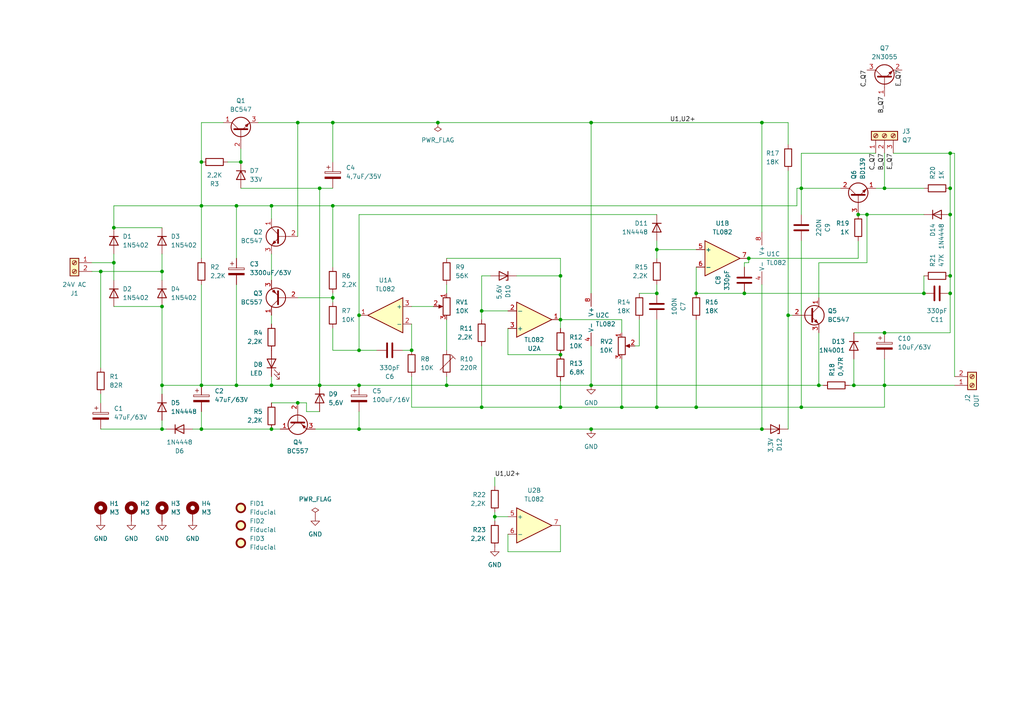
<source format=kicad_sch>
(kicad_sch (version 20250114) (generator "eeschema") (generator_version "9.0")
  (paper "A4")
  (title_block (title "${TITLE}") (date "2025-10-27") (rev "${REV}") (company "${AUTHOR}"))
  (lib_symbols
    (symbol "Amplifier_Operational:TL082" (pin_names (offset 0.127))
      (property "Reference" "U" (at 0 5.08 0))
      (property "Value" "TL082" (at 0 -5.08 0))
      (symbol "TL082_1_1"
        (pin input line (at -7.62 2.54 0) (length 2.54) (name "+") (number "3"))
        (pin input line (at -7.62 -2.54 0) (length 2.54) (name "-") (number "2"))
        (pin output line (at 7.62 0 180) (length 2.54) (name "~") (number "1"))
      )
      (symbol "TL082_2_1"
        (pin input line (at -7.62 2.54 0) (length 2.54) (name "+") (number "5"))
        (pin input line (at -7.62 -2.54 0) (length 2.54) (name "-") (number "6"))
        (pin output line (at 7.62 0 180) (length 2.54) (name "~") (number "7"))
      )
      (symbol "TL082_3_1"
        (pin power_in line (at -2.54 7.62 270) (length 3.81) (name "V+") (number "8"))
        (pin power_in line (at -2.54 -7.62 90) (length 3.81) (name "V-") (number "4"))
      )
    )
    (symbol "Connector:Screw_Terminal_01x02" (pin_names (offset 1.016) (hide yes))
      (property "Reference" "J" (at 0 2.54 0))
      (property "Value" "Screw_Terminal_01x02" (at 0 -5.08 0))
      (symbol "Screw_Terminal_01x02_1_1"
        (pin passive line (at -5.08 0 0) (length 3.81) (name "Pin_1") (number "1"))
        (pin passive line (at -5.08 -2.54 0) (length 3.81) (name "Pin_2") (number "2"))
      )
    )
    (symbol "Connector:Screw_Terminal_01x03" (pin_names (offset 1.016) (hide yes))
      (property "Reference" "J" (at 0 5.08 0))
      (property "Value" "Screw_Terminal_01x03" (at 0 -5.08 0))
      (symbol "Screw_Terminal_01x03_1_1"
        (pin passive line (at -5.08 2.54 0) (length 3.81) (name "Pin_1") (number "1"))
        (pin passive line (at -5.08 0 0) (length 3.81) (name "Pin_2") (number "2"))
        (pin passive line (at -5.08 -2.54 0) (length 3.81) (name "Pin_3") (number "3"))
      )
    )
    (symbol "Device:C" (pin_numbers (hide yes)) (pin_names (offset 0.254))
      (property "Reference" "C" (at 0.635 2.54 0))
      (property "Value" "C" (at 0.635 -2.54 0))
      (symbol "C_1_1"
        (pin passive line (at 0 3.81 270) (length 2.794) (name "~") (number "1"))
        (pin passive line (at 0 -3.81 90) (length 2.794) (name "~") (number "2"))
      )
    )
    (symbol "Device:C_Polarized" (pin_numbers (hide yes)) (pin_names (offset 0.254))
      (property "Reference" "C" (at 0.635 2.54 0))
      (property "Value" "C_Polarized" (at 0.635 -2.54 0))
      (symbol "C_Polarized_1_1"
        (pin passive line (at 0 3.81 270) (length 2.794) (name "~") (number "1"))
        (pin passive line (at 0 -3.81 90) (length 2.794) (name "~") (number "2"))
      )
    )
    (symbol "Device:D_Zener" (pin_numbers (hide yes)) (pin_names (offset 1.016) (hide yes))
      (property "Reference" "D" (at 0 2.54 0))
      (property "Value" "D_Zener" (at 0 -2.54 0))
      (symbol "D_Zener_1_1"
        (pin passive line (at -3.81 0 0) (length 2.54) (name "K") (number "1"))
        (pin passive line (at 3.81 0 180) (length 2.54) (name "A") (number "2"))
      )
    )
    (symbol "Device:LED" (pin_numbers (hide yes)) (pin_names (offset 1.016) (hide yes))
      (property "Reference" "D" (at 0 2.54 0))
      (property "Value" "LED" (at 0 -2.54 0))
      (symbol "LED_1_1"
        (pin passive line (at -3.81 0 0) (length 2.54) (name "K") (number "1"))
        (pin passive line (at 3.81 0 180) (length 2.54) (name "A") (number "2"))
      )
    )
    (symbol "Device:R" (pin_numbers (hide yes)) (pin_names (offset 0))
      (property "Reference" "R" (at 2.032 0 90))
      (property "Value" "R" (at 0 0 90))
      (symbol "R_1_1"
        (pin passive line (at 0 3.81 270) (length 1.27) (name "~") (number "1"))
        (pin passive line (at 0 -3.81 90) (length 1.27) (name "~") (number "2"))
      )
    )
    (symbol "Device:R_Potentiometer" (pin_names (offset 1.016) (hide yes))
      (property "Reference" "RV" (at -4.445 0 90))
      (property "Value" "R_Potentiometer" (at -2.54 0 90))
      (symbol "R_Potentiometer_1_1"
        (pin passive line (at 0 3.81 270) (length 1.27) (name "1") (number "1"))
        (pin passive line (at 0 -3.81 90) (length 1.27) (name "3") (number "3"))
        (pin passive line (at 3.81 0 180) (length 1.27) (name "2") (number "2"))
      )
    )
    (symbol "Device:R_Trim" (pin_numbers (hide yes)) (pin_names (offset 0))
      (property "Reference" "R" (at 2.54 -2.54 90))
      (property "Value" "R_Trim" (at -2.54 -0.635 90))
      (symbol "R_Trim_1_1"
        (pin passive line (at 0 3.81 270) (length 1.27) (name "~") (number "1"))
        (pin passive line (at 0 -3.81 90) (length 1.27) (name "~") (number "2"))
      )
    )
    (symbol "Diode:1N4001" (pin_numbers (hide yes)) (pin_names (hide yes))
      (property "Reference" "D" (at 0 2.54 0))
      (property "Value" "1N4001" (at 0 -2.54 0))
      (symbol "1N4001_1_1"
        (pin passive line (at -3.81 0 0) (length 2.54) (name "K") (number "1"))
        (pin passive line (at 3.81 0 180) (length 2.54) (name "A") (number "2"))
      )
    )
    (symbol "Diode:1N4448" (pin_numbers (hide yes)) (pin_names (hide yes))
      (property "Reference" "D" (at 0 2.54 0))
      (property "Value" "1N4448" (at 0 -2.54 0))
      (symbol "1N4448_1_1"
        (pin passive line (at -3.81 0 0) (length 2.54) (name "K") (number "1"))
        (pin passive line (at 3.81 0 180) (length 2.54) (name "A") (number "2"))
      )
    )
    (symbol "Diode:1N5402" (pin_numbers (hide yes)) (pin_names (hide yes))
      (property "Reference" "D" (at 0 2.54 0))
      (property "Value" "1N5402" (at 0 -2.54 0))
      (symbol "1N5402_1_1"
        (pin passive line (at -3.81 0 0) (length 2.54) (name "K") (number "1"))
        (pin passive line (at 3.81 0 180) (length 2.54) (name "A") (number "2"))
      )
    )
    (symbol "Mechanical:Fiducial" (in_bom no)
      (property "Reference" "FID" (at 0 5.08 0))
      (property "Value" "Fiducial" (at 0 3.175 0))
    )
    (symbol "Mechanical:MountingHole_Pad" (pin_numbers (hide yes)) (pin_names (offset 1.016) (hide yes)) (in_bom no)
      (property "Reference" "H" (at 0 6.35 0))
      (property "Value" "MountingHole_Pad" (at 0 4.445 0))
      (symbol "MountingHole_Pad_1_1"
        (pin input line (at 0 -2.54 90) (length 2.54) (name "1") (number "1"))
      )
    )
    (symbol "Transistor_BJT:2N3055" (pin_names (offset 0) (hide yes))
      (property "Reference" "Q" (at 5.08 1.905 0))
      (property "Value" "2N3055" (at 5.08 0 0))
      (symbol "2N3055_1_1"
        (pin input line (at -5.08 0 0) (length 2.54) (name "B") (number "1"))
        (pin passive line (at 2.54 5.08 270) (length 2.54) (name "C") (number "3"))
        (pin passive line (at 2.54 -5.08 90) (length 2.54) (name "E") (number "2"))
      )
    )
    (symbol "Transistor_BJT:BC547" (pin_names (offset 0) (hide yes))
      (property "Reference" "Q" (at 5.08 1.905 0))
      (property "Value" "BC547" (at 5.08 0 0))
      (symbol "BC547_1_1"
        (pin input line (at -5.08 0 0) (length 2.54) (name "B") (number "2"))
        (pin passive line (at 2.54 5.08 270) (length 2.54) (name "C") (number "1"))
        (pin passive line (at 2.54 -5.08 90) (length 2.54) (name "E") (number "3"))
      )
    )
    (symbol "Transistor_BJT:BC557" (pin_names (offset 0) (hide yes))
      (property "Reference" "Q" (at 5.08 1.905 0))
      (property "Value" "BC557" (at 5.08 0 0))
      (symbol "BC557_1_1"
        (pin input line (at -5.08 0 0) (length 2.54) (name "B") (number "2"))
        (pin passive line (at 2.54 5.08 270) (length 2.54) (name "C") (number "1"))
        (pin passive line (at 2.54 -5.08 90) (length 2.54) (name "E") (number "3"))
      )
    )
    (symbol "Transistor_BJT:BD139" (pin_names (offset 0) (hide yes))
      (property "Reference" "Q" (at 5.08 1.905 0))
      (property "Value" "BD139" (at 5.08 0 0))
      (symbol "BD139_1_1"
        (pin input line (at -5.08 0 0) (length 2.54) (name "B") (number "3"))
        (pin passive line (at 2.54 5.08 270) (length 2.54) (name "C") (number "2"))
        (pin passive line (at 2.54 -5.08 90) (length 2.54) (name "E") (number "1"))
      )
    )
    (symbol "power:GND" (power) (pin_numbers (hide yes)) (pin_names (offset 0) (hide yes))
      (property "Value" "GND" (at 0 -3.81 0))
      (symbol "GND_1_1"
        (pin power_in line (at 0 0 270) (length 0) (name "~") (number "1"))
      )
    )
    (symbol "power:PWR_FLAG" (power) (pin_numbers (hide yes)) (pin_names (offset 0) (hide yes))
      (property "Value" "PWR_FLAG" (at 0 3.81 0))
      (symbol "PWR_FLAG_0_0"
        (pin power_out line (at 0 0 90) (length 0) (name "~") (number "1"))
      )
    )
  )
  (junction (at 33.02 76.2))
  (junction (at 171.45 124.46))
  (junction (at 275.59 80.01))
  (junction (at 96.52 86.36))
  (junction (at 92.71 111.76))
  (junction (at 46.99 78.74))
  (junction (at 228.6 91.44))
  (junction (at 237.49 111.76))
  (junction (at 78.74 111.76))
  (junction (at 162.56 118.11))
  (junction (at 58.42 46.99))
  (junction (at 139.7 90.17))
  (junction (at 220.98 124.46))
  (junction (at 275.59 62.23))
  (junction (at 58.42 59.69))
  (junction (at 267.97 85.09))
  (junction (at 29.21 78.74))
  (junction (at 104.14 91.44))
  (junction (at 180.34 118.11))
  (junction (at 78.74 124.46))
  (junction (at 275.59 85.09))
  (junction (at 96.52 59.69))
  (junction (at 171.45 111.76))
  (junction (at 92.71 54.61))
  (junction (at 190.5 85.09))
  (junction (at 139.7 118.11))
  (junction (at 86.36 35.56))
  (junction (at 104.14 124.46))
  (junction (at 58.42 111.76))
  (junction (at 248.92 62.23))
  (junction (at 162.56 92.71))
  (junction (at 96.52 35.56))
  (junction (at 69.85 46.99))
  (junction (at 247.65 111.76))
  (junction (at 217.17 74.93))
  (junction (at 171.45 35.56))
  (junction (at 162.56 80.01))
  (junction (at 190.5 118.11))
  (junction (at 256.54 111.76))
  (junction (at 232.41 54.61))
  (junction (at 220.98 35.56))
  (junction (at 58.42 124.46))
  (junction (at 275.59 54.61))
  (junction (at 86.36 116.84))
  (junction (at 256.54 54.61))
  (junction (at 78.74 59.69))
  (junction (at 68.58 59.69))
  (junction (at 46.99 124.46))
  (junction (at 46.99 111.76))
  (junction (at 46.99 88.9))
  (junction (at 119.38 101.6))
  (junction (at 232.41 118.11))
  (junction (at 190.5 72.39))
  (junction (at 143.51 149.86))
  (junction (at 68.58 111.76))
  (junction (at 104.14 101.6))
  (junction (at 129.54 111.76))
  (junction (at 256.54 96.52))
  (junction (at 162.56 102.87))
  (junction (at 275.59 44.45))
  (junction (at 33.02 66.04))
  (junction (at 251.46 62.23))
  (junction (at 215.9 85.09))
  (junction (at 104.14 111.76))
  (junction (at 201.93 85.09))
  (junction (at 201.93 118.11))
  (junction (at 127 35.56))
  (wire (pts (xy 171.45 124.46) (xy 104.14 124.46)))
  (wire (pts (xy 248.92 69.85) (xy 248.92 74.93)))
  (wire (pts (xy 58.42 46.99) (xy 58.42 59.69)))
  (wire (pts (xy 228.6 35.56) (xy 220.98 35.56)))
  (wire (pts (xy 231.14 54.61) (xy 231.14 59.69)))
  (wire (pts (xy 139.7 100.33) (xy 139.7 118.11)))
  (wire (pts (xy 92.71 54.61) (xy 69.85 54.61)))
  (wire (pts (xy 243.84 54.61) (xy 232.41 54.61)))
  (wire (pts (xy 162.56 118.11) (xy 180.34 118.11)))
  (wire (pts (xy 275.59 44.45) (xy 276.86 44.45)))
  (wire (pts (xy 246.38 111.76) (xy 247.65 111.76)))
  (wire (pts (xy 180.34 92.71) (xy 162.56 92.71)))
  (wire (pts (xy 139.7 92.71) (xy 139.7 90.17)))
  (wire (pts (xy 143.51 148.59) (xy 143.51 149.86)))
  (wire (pts (xy 190.5 72.39) (xy 201.93 72.39)))
  (wire (pts (xy 201.93 77.47) (xy 201.93 85.09)))
  (wire (pts (xy 116.84 101.6) (xy 119.38 101.6)))
  (wire (pts (xy 96.52 35.56) (xy 96.52 46.99)))
  (wire (pts (xy 190.5 92.71) (xy 190.5 118.11)))
  (wire (pts (xy 275.59 80.01) (xy 275.59 85.09)))
  (wire (pts (xy 237.49 96.52) (xy 237.49 111.76)))
  (wire (pts (xy 78.74 124.46) (xy 81.28 124.46)))
  (wire (pts (xy 26.67 76.2) (xy 33.02 76.2)))
  (wire (pts (xy 171.45 100.33) (xy 171.45 111.76)))
  (wire (pts (xy 78.74 59.69) (xy 68.58 59.69)))
  (wire (pts (xy 232.41 69.85) (xy 232.41 118.11)))
  (wire (pts (xy 232.41 44.45) (xy 232.41 54.61)))
  (wire (pts (xy 86.36 35.56) (xy 96.52 35.56)))
  (wire (pts (xy 147.32 154.94) (xy 147.32 160.02)))
  (wire (pts (xy 33.02 76.2) (xy 33.02 81.28)))
  (wire (pts (xy 251.46 62.23) (xy 248.92 62.23)))
  (wire (pts (xy 109.22 101.6) (xy 104.14 101.6)))
  (wire (pts (xy 96.52 86.36) (xy 96.52 85.09)))
  (wire (pts (xy 119.38 88.9) (xy 125.73 88.9)))
  (wire (pts (xy 220.98 67.31) (xy 220.98 35.56)))
  (wire (pts (xy 162.56 160.02) (xy 162.56 152.4)))
  (wire (pts (xy 46.99 114.3) (xy 46.99 111.76)))
  (wire (pts (xy 162.56 74.93) (xy 162.56 80.01)))
  (wire (pts (xy 275.59 62.23) (xy 275.59 80.01)))
  (wire (pts (xy 162.56 102.87) (xy 147.32 102.87)))
  (wire (pts (xy 247.65 96.52) (xy 256.54 96.52)))
  (wire (pts (xy 147.32 102.87) (xy 147.32 95.25)))
  (wire (pts (xy 104.14 124.46) (xy 91.44 124.46)))
  (wire (pts (xy 256.54 118.11) (xy 256.54 111.76)))
  (wire (pts (xy 68.58 111.76) (xy 58.42 111.76)))
  (wire (pts (xy 26.67 78.74) (xy 29.21 78.74)))
  (wire (pts (xy 78.74 111.76) (xy 68.58 111.76)))
  (wire (pts (xy 96.52 86.36) (xy 96.52 87.63)))
  (wire (pts (xy 162.56 92.71) (xy 162.56 95.25)))
  (wire (pts (xy 46.99 111.76) (xy 58.42 111.76)))
  (wire (pts (xy 88.9 119.38) (xy 88.9 116.84)))
  (wire (pts (xy 33.02 59.69) (xy 33.02 66.04)))
  (wire (pts (xy 129.54 111.76) (xy 171.45 111.76)))
  (wire (pts (xy 96.52 77.47) (xy 96.52 59.69)))
  (wire (pts (xy 251.46 76.2) (xy 251.46 62.23)))
  (wire (pts (xy 201.93 118.11) (xy 190.5 118.11)))
  (wire (pts (xy 58.42 74.93) (xy 58.42 59.69)))
  (wire (pts (xy 139.7 90.17) (xy 147.32 90.17)))
  (wire (pts (xy 232.41 44.45) (xy 254 44.45)))
  (wire (pts (xy 267.97 62.23) (xy 251.46 62.23)))
  (wire (pts (xy 232.41 118.11) (xy 256.54 118.11)))
  (wire (pts (xy 29.21 124.46) (xy 46.99 124.46)))
  (wire (pts (xy 215.9 76.2) (xy 215.9 77.47)))
  (wire (pts (xy 29.21 114.3) (xy 29.21 116.84)))
  (wire (pts (xy 237.49 86.36) (xy 237.49 76.2)))
  (wire (pts (xy 66.04 46.99) (xy 69.85 46.99)))
  (wire (pts (xy 48.26 124.46) (xy 46.99 124.46)))
  (wire (pts (xy 33.02 73.66) (xy 33.02 76.2)))
  (wire (pts (xy 129.54 109.22) (xy 129.54 111.76)))
  (wire (pts (xy 58.42 59.69) (xy 33.02 59.69)))
  (wire (pts (xy 129.54 92.71) (xy 129.54 101.6)))
  (wire (pts (xy 129.54 74.93) (xy 162.56 74.93)))
  (wire (pts (xy 104.14 101.6) (xy 104.14 91.44)))
  (wire (pts (xy 185.42 92.71) (xy 185.42 100.33)))
  (wire (pts (xy 180.34 104.14) (xy 180.34 118.11)))
  (wire (pts (xy 267.97 80.01) (xy 267.97 85.09)))
  (wire (pts (xy 254 54.61) (xy 256.54 54.61)))
  (wire (pts (xy 201.93 118.11) (xy 232.41 118.11)))
  (wire (pts (xy 247.65 111.76) (xy 256.54 111.76)))
  (wire (pts (xy 171.45 35.56) (xy 220.98 35.56)))
  (wire (pts (xy 69.85 46.99) (xy 69.85 43.18)))
  (wire (pts (xy 171.45 85.09) (xy 171.45 35.56)))
  (wire (pts (xy 220.98 124.46) (xy 171.45 124.46)))
  (wire (pts (xy 58.42 35.56) (xy 58.42 46.99)))
  (wire (pts (xy 237.49 111.76) (xy 238.76 111.76)))
  (wire (pts (xy 256.54 104.14) (xy 256.54 111.76)))
  (wire (pts (xy 143.51 149.86) (xy 147.32 149.86)))
  (wire (pts (xy 78.74 109.22) (xy 78.74 111.76)))
  (wire (pts (xy 29.21 78.74) (xy 46.99 78.74)))
  (wire (pts (xy 259.08 44.45) (xy 275.59 44.45)))
  (wire (pts (xy 220.98 82.55) (xy 220.98 124.46)))
  (wire (pts (xy 228.6 41.91) (xy 228.6 35.56)))
  (wire (pts (xy 275.59 85.09) (xy 275.59 96.52)))
  (wire (pts (xy 143.51 149.86) (xy 143.51 151.13)))
  (wire (pts (xy 92.71 111.76) (xy 104.14 111.76)))
  (wire (pts (xy 162.56 80.01) (xy 162.56 92.71)))
  (wire (pts (xy 68.58 74.93) (xy 68.58 59.69)))
  (wire (pts (xy 33.02 88.9) (xy 46.99 88.9)))
  (wire (pts (xy 78.74 116.84) (xy 86.36 116.84)))
  (wire (pts (xy 190.5 62.23) (xy 104.14 62.23)))
  (wire (pts (xy 58.42 119.38) (xy 58.42 124.46)))
  (wire (pts (xy 58.42 124.46) (xy 55.88 124.46)))
  (wire (pts (xy 88.9 116.84) (xy 86.36 116.84)))
  (wire (pts (xy 171.45 111.76) (xy 237.49 111.76)))
  (wire (pts (xy 127 35.56) (xy 171.45 35.56)))
  (wire (pts (xy 228.6 49.53) (xy 228.6 91.44)))
  (wire (pts (xy 201.93 92.71) (xy 201.93 118.11)))
  (wire (pts (xy 229.87 91.44) (xy 228.6 91.44)))
  (wire (pts (xy 256.54 96.52) (xy 275.59 96.52)))
  (wire (pts (xy 139.7 80.01) (xy 139.7 90.17)))
  (wire (pts (xy 92.71 54.61) (xy 92.71 111.76)))
  (wire (pts (xy 142.24 80.01) (xy 139.7 80.01)))
  (wire (pts (xy 149.86 80.01) (xy 162.56 80.01)))
  (wire (pts (xy 68.58 59.69) (xy 58.42 59.69)))
  (wire (pts (xy 78.74 73.66) (xy 78.74 81.28)))
  (wire (pts (xy 104.14 62.23) (xy 104.14 91.44)))
  (wire (pts (xy 58.42 82.55) (xy 58.42 111.76)))
  (wire (pts (xy 33.02 66.04) (xy 46.99 66.04)))
  (wire (pts (xy 190.5 118.11) (xy 180.34 118.11)))
  (wire (pts (xy 129.54 111.76) (xy 104.14 111.76)))
  (wire (pts (xy 248.92 74.93) (xy 217.17 74.93)))
  (wire (pts (xy 78.74 63.5) (xy 78.74 59.69)))
  (wire (pts (xy 29.21 78.74) (xy 29.21 106.68)))
  (wire (pts (xy 185.42 100.33) (xy 184.15 100.33)))
  (wire (pts (xy 275.59 44.45) (xy 275.59 54.61)))
  (wire (pts (xy 127 35.56) (xy 96.52 35.56)))
  (wire (pts (xy 68.58 82.55) (xy 68.58 111.76)))
  (wire (pts (xy 92.71 111.76) (xy 78.74 111.76)))
  (wire (pts (xy 92.71 119.38) (xy 88.9 119.38)))
  (wire (pts (xy 217.17 76.2) (xy 217.17 74.93)))
  (wire (pts (xy 256.54 44.45) (xy 256.54 54.61)))
  (wire (pts (xy 78.74 91.44) (xy 78.74 93.98)))
  (wire (pts (xy 46.99 73.66) (xy 46.99 78.74)))
  (wire (pts (xy 119.38 109.22) (xy 119.38 118.11)))
  (wire (pts (xy 201.93 85.09) (xy 215.9 85.09)))
  (wire (pts (xy 119.38 118.11) (xy 139.7 118.11)))
  (wire (pts (xy 46.99 121.92) (xy 46.99 124.46)))
  (wire (pts (xy 96.52 95.25) (xy 96.52 101.6)))
  (wire (pts (xy 139.7 118.11) (xy 162.56 118.11)))
  (wire (pts (xy 96.52 101.6) (xy 104.14 101.6)))
  (wire (pts (xy 86.36 86.36) (xy 96.52 86.36)))
  (wire (pts (xy 180.34 96.52) (xy 180.34 92.71)))
  (wire (pts (xy 247.65 104.14) (xy 247.65 111.76)))
  (wire (pts (xy 190.5 72.39) (xy 190.5 74.93)))
  (wire (pts (xy 267.97 85.09) (xy 215.9 85.09)))
  (wire (pts (xy 104.14 119.38) (xy 104.14 124.46)))
  (wire (pts (xy 129.54 82.55) (xy 129.54 85.09)))
  (wire (pts (xy 276.86 44.45) (xy 276.86 109.22)))
  (wire (pts (xy 185.42 85.09) (xy 190.5 85.09)))
  (wire (pts (xy 119.38 101.6) (xy 119.38 93.98)))
  (wire (pts (xy 64.77 35.56) (xy 58.42 35.56)))
  (wire (pts (xy 275.59 54.61) (xy 275.59 62.23)))
  (wire (pts (xy 46.99 78.74) (xy 46.99 81.28)))
  (wire (pts (xy 228.6 124.46) (xy 228.6 91.44)))
  (wire (pts (xy 96.52 59.69) (xy 78.74 59.69)))
  (wire (pts (xy 96.52 54.61) (xy 92.71 54.61)))
  (wire (pts (xy 190.5 69.85) (xy 190.5 72.39)))
  (wire (pts (xy 231.14 54.61) (xy 232.41 54.61)))
  (wire (pts (xy 143.51 138.43) (xy 143.51 140.97)))
  (wire (pts (xy 237.49 76.2) (xy 251.46 76.2)))
  (wire (pts (xy 215.9 76.2) (xy 217.17 76.2)))
  (wire (pts (xy 96.52 59.69) (xy 231.14 59.69)))
  (wire (pts (xy 232.41 54.61) (xy 232.41 62.23)))
  (wire (pts (xy 147.32 160.02) (xy 162.56 160.02)))
  (wire (pts (xy 46.99 111.76) (xy 46.99 88.9)))
  (wire (pts (xy 74.93 35.56) (xy 86.36 35.56)))
  (wire (pts (xy 256.54 111.76) (xy 276.86 111.76)))
  (wire (pts (xy 256.54 54.61) (xy 267.97 54.61)))
  (wire (pts (xy 162.56 110.49) (xy 162.56 118.11)))
  (wire (pts (xy 86.36 35.56) (xy 86.36 68.58)))
  (wire (pts (xy 58.42 124.46) (xy 78.74 124.46)))
  (wire (pts (xy 190.5 82.55) (xy 190.5 85.09)))
  (label "C_Q7" (at 251.46 20.32 270))
  (label "U1,U2+" (at 194.31 35.56 0))
  (label "C_Q7" (at 254 44.45 270))
  (label "E_Q7" (at 261.62 20.32 270))
  (label "B_Q7" (at 256.54 44.45 270))
  (label "U1,U2+" (at 143.51 138.43 0))
  (label "B_Q7" (at 256.54 27.94 270))
  (label "E_Q7" (at 259.08 44.45 270))
  (symbol (lib_id "Device:R") (at 139.7 96.52 0) (mirror y) (unit 1)
    (property "Reference" "R11" (at 137.16 95.2499 0) (effects (justify left)))
    (property "Value" "2,2K" (at 137.16 97.7899 0) (effects (justify left)))
    (property "Footprint" "Resistor_THT:R_Axial_DIN0207_L6.3mm_D2.5mm_P7.62mm_Horizontal" (effects (hide yes)))
    (property "Description" "Resistor" (effects (hide yes)))
  )
  (symbol (lib_id "Device:C_Polarized") (at 58.42 115.57 0) (unit 1)
    (property "Reference" "C2" (at 62.23 113.4109 0) (effects (justify left)))
    (property "Value" "47uF/63V" (at 62.23 115.9509 0) (effects (justify left)))
    (property "Footprint" "Capacitor_THT:C_Radial_D10.0mm_H12.5mm_P5.00mm" (effects (hide yes)))
    (property "Description" "Polarized capacitor" (effects (hide yes)))
  )
  (symbol (lib_id "Diode:1N4448") (at 46.99 118.11 270) (unit 1)
    (property "Reference" "D5" (at 49.53 116.8399 90) (effects (justify left)))
    (property "Value" "1N4448" (at 49.53 119.3799 90) (effects (justify left)))
    (property "Footprint" "Diode_THT:D_DO-35_SOD27_P7.62mm_Horizontal" (effects (hide yes)))
    (property "Datasheet" "https://assets.nexperia.com/documents/data-sheet/1N4148_1N4448.pdf" (effects (hide yes)))
    (property "Description" "100V 0.15A High-speed standard diode, DO-35" (effects (hide yes)))
    (property "Sim.Device" "D" (effects (hide yes)))
    (property "Sim.Pins" "1=K 2=A" (effects (hide yes)))
  )
  (symbol (lib_id "Diode:1N5402") (at 46.99 85.09 270) (unit 1)
    (property "Reference" "D4" (at 49.53 83.8199 90) (effects (justify left)))
    (property "Value" "1N5402" (at 49.53 86.3599 90) (effects (justify left)))
    (property "Footprint" "Diode_THT:D_DO-201AD_P15.24mm_Horizontal" (effects (hide yes)))
    (property "Datasheet" "http://www.vishay.com/docs/88516/1n5400.pdf" (effects (hide yes)))
    (property "Description" "200V 3A General Purpose Rectifier Diode, DO-201AD" (effects (hide yes)))
    (property "Sim.Device" "D" (effects (hide yes)))
    (property "Sim.Pins" "1=K 2=A" (effects (hide yes)))
  )
  (symbol (lib_id "power:GND") (at 171.45 111.76 0) (unit 1)
    (property "Reference" "#PWR010" (effects (hide yes)))
    (property "Value" "GND" (at 171.45 116.84 0))
    (property "Description" "Power symbol creates a global label with name \"GND\" , ground" (effects (hide yes)))
  )
  (symbol (lib_id "Device:R_Potentiometer") (at 129.54 88.9 0) (mirror y) (unit 1)
    (property "Reference" "RV1" (at 132.08 87.6299 0) (effects (justify right)))
    (property "Value" "10K" (at 132.08 90.1699 0) (effects (justify right)))
    (property "Description" "Potentiometer" (effects (hide yes)))
  )
  (symbol (lib_id "Transistor_BJT:BC557") (at 86.36 121.92 90) (mirror x) (unit 1)
    (property "Reference" "Q4" (at 86.36 128.27 90))
    (property "Value" "BC557" (at 86.36 130.81 90))
    (property "Footprint" "Package_TO_SOT_THT:TO-92_Inline" (effects (hide yes)))
    (property "Datasheet" "https://www.onsemi.com/pub/Collateral/BC556BTA-D.pdf" (effects (hide yes)))
    (property "Description" "0.1A Ic, 45V Vce, PNP Small Signal Transistor, TO-92" (effects (hide yes)))
  )
  (symbol (lib_id "power:GND") (at 38.1 151.13 0) (unit 1)
    (property "Reference" "#PWR02" (effects (hide yes)))
    (property "Value" "GND" (at 38.1 156.21 0))
    (property "Description" "Power symbol creates a global label with name \"GND\" , ground" (effects (hide yes)))
  )
  (symbol (lib_id "power:PWR_FLAG") (at 127 35.56 180) (unit 1)
    (property "Reference" "#FLG02" (effects (hide yes)))
    (property "Value" "PWR_FLAG" (at 127 40.64 0))
    (property "Description" "Special symbol for telling ERC where power comes from" (effects (hide yes)))
  )
  (symbol (lib_id "Device:C_Polarized") (at 29.21 120.65 0) (unit 1)
    (property "Reference" "C1" (at 33.02 118.4909 0) (effects (justify left)))
    (property "Value" "47uF/63V" (at 33.02 121.0309 0) (effects (justify left)))
    (property "Footprint" "Capacitor_THT:C_Radial_D10.0mm_H12.5mm_P5.00mm" (effects (hide yes)))
    (property "Description" "Polarized capacitor" (effects (hide yes)))
  )
  (symbol (lib_id "Connector:Screw_Terminal_01x03") (at 256.54 39.37 90) (unit 1)
    (property "Reference" "J3" (at 261.62 38.0999 90) (effects (justify right)))
    (property "Value" "Q7" (at 261.62 40.6399 90) (effects (justify right)))
    (property "Footprint" "TerminalBlock_Phoenix:TerminalBlock_Phoenix_MKDS-1,5-3-5.08_1x03_P5.08mm_Horizontal" (effects (hide yes)))
    (property "Description" "Generic screw terminal, single row, 01x03, script generated (kicad-library-utils/schlib/autogen/connector/)" (effects (hide yes)))
  )
  (symbol (lib_id "Amplifier_Operational:TL082") (at 173.99 92.71 0) (unit 3)
    (property "Reference" "U2" (at 172.72 91.4399 0) (effects (justify left)))
    (property "Value" "TL082" (at 172.72 93.9799 0) (effects (justify left)))
    (property "Footprint" "Package_DIP:DIP-8_W7.62mm" (effects (hide yes)))
    (property "Datasheet" "http://www.ti.com/lit/ds/symlink/tl081.pdf" (effects (hide yes)))
    (property "Description" "Dual JFET-Input Operational Amplifiers, DIP-8/SOIC-8/SSOP-8" (effects (hide yes)))
  )
  (symbol (lib_id "Device:R") (at 96.52 91.44 0) (unit 1)
    (property "Reference" "R7" (at 99.06 90.1699 0) (effects (justify left)))
    (property "Value" "10K" (at 99.06 92.7099 0) (effects (justify left)))
    (property "Footprint" "Resistor_THT:R_Axial_DIN0207_L6.3mm_D2.5mm_P7.62mm_Horizontal" (effects (hide yes)))
    (property "Description" "Resistor" (effects (hide yes)))
  )
  (symbol (lib_id "Diode:1N4448") (at 190.5 66.04 90) (mirror x) (unit 1)
    (property "Reference" "D11" (at 187.96 64.7699 90) (effects (justify left)))
    (property "Value" "1N4448" (at 187.96 67.3099 90) (effects (justify left)))
    (property "Footprint" "Diode_THT:D_DO-35_SOD27_P7.62mm_Horizontal" (effects (hide yes)))
    (property "Datasheet" "https://assets.nexperia.com/documents/data-sheet/1N4148_1N4448.pdf" (effects (hide yes)))
    (property "Description" "100V 0.15A High-speed standard diode, DO-35" (effects (hide yes)))
    (property "Sim.Device" "D" (effects (hide yes)))
    (property "Sim.Pins" "1=K 2=A" (effects (hide yes)))
  )
  (symbol (lib_id "Device:R") (at 78.74 120.65 0) (mirror y) (unit 1)
    (property "Reference" "R5" (at 76.2 119.3799 0) (effects (justify left)))
    (property "Value" "2,2K" (at 76.2 121.9199 0) (effects (justify left)))
    (property "Footprint" "Resistor_THT:R_Axial_DIN0207_L6.3mm_D2.5mm_P7.62mm_Horizontal" (effects (hide yes)))
    (property "Description" "Resistor" (effects (hide yes)))
  )
  (symbol (lib_id "Device:C_Polarized") (at 68.58 78.74 0) (unit 1)
    (property "Reference" "C3" (at 72.39 76.5809 0) (effects (justify left)))
    (property "Value" "3300uF/63V" (at 72.39 79.1209 0) (effects (justify left)))
    (property "Footprint" "Capacitor_THT:C_Radial_D16.0mm_H25.0mm_P7.50mm" (effects (hide yes)))
    (property "Description" "Polarized capacitor" (effects (hide yes)))
  )
  (symbol (lib_id "Transistor_BJT:BC547") (at 81.28 68.58 0) (mirror y) (unit 1)
    (property "Reference" "Q2" (at 76.2 67.3099 0) (effects (justify left)))
    (property "Value" "BC547" (at 76.2 69.8499 0) (effects (justify left)))
    (property "Footprint" "Package_TO_SOT_THT:TO-92_Inline" (effects (hide yes)))
    (property "Datasheet" "https://www.onsemi.com/pub/Collateral/BC550-D.pdf" (effects (hide yes)))
    (property "Description" "0.1A Ic, 45V Vce, Small Signal NPN Transistor, TO-92" (effects (hide yes)))
  )
  (symbol (lib_id "Mechanical:MountingHole_Pad") (at 55.88 148.59 0) (unit 1) (in_bom no)
    (property "Reference" "H4" (at 58.42 146.0499 0) (effects (justify left)))
    (property "Value" "M3" (at 58.42 148.5899 0) (effects (justify left)))
    (property "Footprint" "MountingHole:MountingHole_3.2mm_M3_DIN965_Pad" (effects (hide yes)))
    (property "Description" "Mounting Hole with connection" (effects (hide yes)))
  )
  (symbol (lib_id "Device:R") (at 62.23 46.99 270) (mirror x) (unit 1)
    (property "Reference" "R3" (at 62.23 53.34 90))
    (property "Value" "2,2K" (at 62.23 50.8 90))
    (property "Footprint" "Resistor_THT:R_Axial_DIN0207_L6.3mm_D2.5mm_P7.62mm_Horizontal" (effects (hide yes)))
    (property "Description" "Resistor" (effects (hide yes)))
  )
  (symbol (lib_id "Transistor_BJT:2N3055") (at 256.54 22.86 90) (unit 1) (on_board no)
    (property "Reference" "Q7" (at 256.54 13.97 90))
    (property "Value" "2N3055" (at 256.54 16.51 90))
    (property "Footprint" "Package_TO_SOT_THT:TO-3" (effects (hide yes)))
    (property "Datasheet" "http://www.onsemi.com/pub_link/Collateral/2N3055-D.PDF" (effects (hide yes)))
    (property "Description" "15A Ic, 60V Vce, Power NPN Transistor, TO-3" (effects (hide yes)))
  )
  (symbol (lib_id "Device:C") (at 271.78 85.09 270) (unit 1)
    (property "Reference" "C11" (at 271.78 92.71 90))
    (property "Value" "330pF" (at 271.78 90.17 90))
    (property "Footprint" "Capacitor_THT:C_Disc_D5.0mm_W2.5mm_P5.00mm" (effects (hide yes)))
    (property "Description" "Unpolarized capacitor" (effects (hide yes)))
  )
  (symbol (lib_id "Transistor_BJT:BC547") (at 69.85 38.1 90) (unit 1)
    (property "Reference" "Q1" (at 69.85 29.21 90))
    (property "Value" "BC547" (at 69.85 31.75 90))
    (property "Footprint" "Package_TO_SOT_THT:TO-92_Inline" (effects (hide yes)))
    (property "Datasheet" "https://www.onsemi.com/pub/Collateral/BC550-D.pdf" (effects (hide yes)))
    (property "Description" "0.1A Ic, 45V Vce, Small Signal NPN Transistor, TO-92" (effects (hide yes)))
  )
  (symbol (lib_id "Device:C") (at 215.9 81.28 180) (unit 1)
    (property "Reference" "C8" (at 208.28 81.28 90))
    (property "Value" "330pF" (at 210.82 81.28 90))
    (property "Footprint" "Capacitor_THT:C_Disc_D5.0mm_W2.5mm_P5.00mm" (effects (hide yes)))
    (property "Description" "Unpolarized capacitor" (effects (hide yes)))
  )
  (symbol (lib_id "Device:R") (at 271.78 80.01 90) (unit 1)
    (property "Reference" "R21" (at 270.5099 77.47 0) (effects (justify left)))
    (property "Value" "47K" (at 273.0499 77.47 0) (effects (justify left)))
    (property "Footprint" "Resistor_THT:R_Axial_DIN0207_L6.3mm_D2.5mm_P7.62mm_Horizontal" (effects (hide yes)))
    (property "Description" "Resistor" (effects (hide yes)))
  )
  (symbol (lib_id "Device:R") (at 119.38 105.41 0) (unit 1)
    (property "Reference" "R8" (at 121.92 104.1399 0) (effects (justify left)))
    (property "Value" "10K" (at 121.92 106.6799 0) (effects (justify left)))
    (property "Footprint" "Resistor_THT:R_Axial_DIN0207_L6.3mm_D2.5mm_P7.62mm_Horizontal" (effects (hide yes)))
    (property "Description" "Resistor" (effects (hide yes)))
  )
  (symbol (lib_id "Device:D_Zener") (at 92.71 115.57 270) (unit 1)
    (property "Reference" "D9" (at 95.25 114.2999 90) (effects (justify left)))
    (property "Value" "5,6V" (at 95.25 116.8399 90) (effects (justify left)))
    (property "Footprint" "Diode_THT:D_DO-35_SOD27_P7.62mm_Horizontal" (effects (hide yes)))
    (property "Description" "Zener diode" (effects (hide yes)))
  )
  (symbol (lib_id "Device:D_Zener") (at 224.79 124.46 180) (unit 1)
    (property "Reference" "D12" (at 226.0601 127 90) (effects (justify left)))
    (property "Value" "3,3V" (at 223.5201 127 90) (effects (justify left)))
    (property "Footprint" "Diode_THT:D_DO-35_SOD27_P7.62mm_Horizontal" (effects (hide yes)))
    (property "Description" "Zener diode" (effects (hide yes)))
  )
  (symbol (lib_id "power:GND") (at 46.99 151.13 0) (unit 1)
    (property "Reference" "#PWR03" (effects (hide yes)))
    (property "Value" "GND" (at 46.99 156.21 0))
    (property "Description" "Power symbol creates a global label with name \"GND\" , ground" (effects (hide yes)))
  )
  (symbol (lib_id "power:GND") (at 171.45 124.46 0) (unit 1)
    (property "Reference" "#PWR08" (effects (hide yes)))
    (property "Value" "GND" (at 171.45 129.54 0))
    (property "Description" "Power symbol creates a global label with name \"GND\" , ground" (effects (hide yes)))
  )
  (symbol (lib_id "Device:R") (at 78.74 97.79 0) (mirror y) (unit 1)
    (property "Reference" "R4" (at 76.2 96.5199 0) (effects (justify left)))
    (property "Value" "2,2K" (at 76.2 99.0599 0) (effects (justify left)))
    (property "Footprint" "Resistor_THT:R_Axial_DIN0207_L6.3mm_D2.5mm_P7.62mm_Horizontal" (effects (hide yes)))
    (property "Description" "Resistor" (effects (hide yes)))
  )
  (symbol (lib_id "Device:R") (at 143.51 154.94 0) (mirror y) (unit 1)
    (property "Reference" "R23" (at 140.97 153.6699 0) (effects (justify left)))
    (property "Value" "2,2K" (at 140.97 156.2099 0) (effects (justify left)))
    (property "Footprint" "Resistor_THT:R_Axial_DIN0207_L6.3mm_D2.5mm_P7.62mm_Horizontal" (effects (hide yes)))
    (property "Description" "Resistor" (effects (hide yes)))
  )
  (symbol (lib_id "Diode:1N5402") (at 46.99 69.85 270) (unit 1)
    (property "Reference" "D3" (at 49.53 68.5799 90) (effects (justify left)))
    (property "Value" "1N5402" (at 49.53 71.1199 90) (effects (justify left)))
    (property "Footprint" "Diode_THT:D_DO-201AD_P15.24mm_Horizontal" (effects (hide yes)))
    (property "Datasheet" "http://www.vishay.com/docs/88516/1n5400.pdf" (effects (hide yes)))
    (property "Description" "200V 3A General Purpose Rectifier Diode, DO-201AD" (effects (hide yes)))
    (property "Sim.Device" "D" (effects (hide yes)))
    (property "Sim.Pins" "1=K 2=A" (effects (hide yes)))
  )
  (symbol (lib_id "Transistor_BJT:BC547") (at 234.95 91.44 0) (unit 1)
    (property "Reference" "Q5" (at 240.03 90.1699 0) (effects (justify left)))
    (property "Value" "BC547" (at 240.03 92.7099 0) (effects (justify left)))
    (property "Footprint" "Package_TO_SOT_THT:TO-92_Inline" (effects (hide yes)))
    (property "Datasheet" "https://www.onsemi.com/pub/Collateral/BC550-D.pdf" (effects (hide yes)))
    (property "Description" "0.1A Ic, 45V Vce, Small Signal NPN Transistor, TO-92" (effects (hide yes)))
  )
  (symbol (lib_id "Device:C") (at 190.5 88.9 0) (unit 1)
    (property "Reference" "C7" (at 198.12 88.9 90))
    (property "Value" "100N" (at 195.58 88.9 90))
    (property "Footprint" "Capacitor_THT:C_Rect_L7.0mm_W2.5mm_P5.00mm" (effects (hide yes)))
    (property "Description" "Unpolarized capacitor" (effects (hide yes)))
  )
  (symbol (lib_id "Device:R") (at 185.42 88.9 0) (mirror y) (unit 1)
    (property "Reference" "R14" (at 182.88 87.6299 0) (effects (justify left)))
    (property "Value" "18K" (at 182.88 90.1699 0) (effects (justify left)))
    (property "Footprint" "Resistor_THT:R_Axial_DIN0207_L6.3mm_D2.5mm_P7.62mm_Horizontal" (effects (hide yes)))
    (property "Description" "Resistor" (effects (hide yes)))
  )
  (symbol (lib_id "Diode:1N4001") (at 247.65 100.33 90) (mirror x) (unit 1)
    (property "Reference" "D13" (at 245.11 99.0599 90) (effects (justify left)))
    (property "Value" "1N4001" (at 245.11 101.5999 90) (effects (justify left)))
    (property "Footprint" "Diode_THT:D_DO-41_SOD81_P10.16mm_Horizontal" (effects (hide yes)))
    (property "Datasheet" "http://www.vishay.com/docs/88503/1n4001.pdf" (effects (hide yes)))
    (property "Description" "50V 1A General Purpose Rectifier Diode, DO-41" (effects (hide yes)))
    (property "Sim.Device" "D" (effects (hide yes)))
    (property "Sim.Pins" "1=K 2=A" (effects (hide yes)))
  )
  (symbol (lib_id "Mechanical:MountingHole_Pad") (at 38.1 148.59 0) (unit 1) (in_bom no)
    (property "Reference" "H2" (at 40.64 146.0499 0) (effects (justify left)))
    (property "Value" "M3" (at 40.64 148.5899 0) (effects (justify left)))
    (property "Footprint" "MountingHole:MountingHole_3.2mm_M3_DIN965_Pad" (effects (hide yes)))
    (property "Description" "Mounting Hole with connection" (effects (hide yes)))
  )
  (symbol (lib_id "Connector:Screw_Terminal_01x02") (at 281.94 111.76 0) (mirror x) (unit 1)
    (property "Reference" "J2" (at 280.6699 114.3 90) (effects (justify left)))
    (property "Value" "OUT" (at 283.2099 114.3 90) (effects (justify left)))
    (property "Footprint" "TerminalBlock_Phoenix:TerminalBlock_Phoenix_MKDS-3-2-5.08_1x02_P5.08mm_Horizontal" (effects (hide yes)))
    (property "Description" "Generic screw terminal, single row, 01x02, script generated (kicad-library-utils/schlib/autogen/connector/)" (effects (hide yes)))
  )
  (symbol (lib_id "Diode:1N4448") (at 271.78 62.23 0) (mirror x) (unit 1)
    (property "Reference" "D14" (at 270.5099 64.77 90) (effects (justify left)))
    (property "Value" "1N4448" (at 273.0499 64.77 90) (effects (justify left)))
    (property "Footprint" "Diode_THT:D_DO-35_SOD27_P7.62mm_Horizontal" (effects (hide yes)))
    (property "Datasheet" "https://assets.nexperia.com/documents/data-sheet/1N4148_1N4448.pdf" (effects (hide yes)))
    (property "Description" "100V 0.15A High-speed standard diode, DO-35" (effects (hide yes)))
    (property "Sim.Device" "D" (effects (hide yes)))
    (property "Sim.Pins" "1=K 2=A" (effects (hide yes)))
  )
  (symbol (lib_id "Device:R") (at 143.51 144.78 0) (mirror y) (unit 1)
    (property "Reference" "R22" (at 140.97 143.5099 0) (effects (justify left)))
    (property "Value" "2,2K" (at 140.97 146.0499 0) (effects (justify left)))
    (property "Footprint" "Resistor_THT:R_Axial_DIN0207_L6.3mm_D2.5mm_P7.62mm_Horizontal" (effects (hide yes)))
    (property "Description" "Resistor" (effects (hide yes)))
  )
  (symbol (lib_id "Transistor_BJT:BD139") (at 248.92 57.15 90) (unit 1)
    (property "Reference" "Q6" (at 247.6499 52.07 0) (effects (justify left)))
    (property "Value" "BD139" (at 250.1899 52.07 0) (effects (justify left)))
    (property "Footprint" "Package_TO_SOT_THT:TO-126-3_Vertical" (effects (hide yes)))
    (property "Datasheet" "http://www.st.com/internet/com/TECHNICAL_RESOURCES/TECHNICAL_LITERATURE/DATASHEET/CD00001225.pdf" (effects (hide yes)))
    (property "Description" "1.5A Ic, 80V Vce, Low Voltage Transistor, TO-126" (effects (hide yes)))
  )
  (symbol (lib_id "Diode:1N5402") (at 33.02 69.85 270) (unit 1)
    (property "Reference" "D1" (at 35.56 68.5799 90) (effects (justify left)))
    (property "Value" "1N5402" (at 35.56 71.1199 90) (effects (justify left)))
    (property "Footprint" "Diode_THT:D_DO-201AD_P15.24mm_Horizontal" (effects (hide yes)))
    (property "Datasheet" "http://www.vishay.com/docs/88516/1n5400.pdf" (effects (hide yes)))
    (property "Description" "200V 3A General Purpose Rectifier Diode, DO-201AD" (effects (hide yes)))
    (property "Sim.Device" "D" (effects (hide yes)))
    (property "Sim.Pins" "1=K 2=A" (effects (hide yes)))
  )
  (symbol (lib_id "Amplifier_Operational:TL082") (at 154.94 152.4 0) (unit 2)
    (property "Reference" "U2" (at 154.94 142.24 0))
    (property "Value" "TL082" (at 154.94 144.78 0))
    (property "Footprint" "Package_DIP:DIP-8_W7.62mm" (effects (hide yes)))
    (property "Datasheet" "http://www.ti.com/lit/ds/symlink/tl081.pdf" (effects (hide yes)))
    (property "Description" "Dual JFET-Input Operational Amplifiers, DIP-8/SOIC-8/SSOP-8" (effects (hide yes)))
  )
  (symbol (lib_id "power:GND") (at 29.21 151.13 0) (unit 1)
    (property "Reference" "#PWR01" (effects (hide yes)))
    (property "Value" "GND" (at 29.21 156.21 0))
    (property "Description" "Power symbol creates a global label with name \"GND\" , ground" (effects (hide yes)))
  )
  (symbol (lib_id "Device:D_Zener") (at 69.85 50.8 270) (unit 1)
    (property "Reference" "D7" (at 72.39 49.5299 90) (effects (justify left)))
    (property "Value" "33V" (at 72.39 52.0699 90) (effects (justify left)))
    (property "Footprint" "Diode_THT:D_DO-35_SOD27_P7.62mm_Horizontal" (effects (hide yes)))
    (property "Description" "Zener diode" (effects (hide yes)))
  )
  (symbol (lib_id "Device:R_Trim") (at 129.54 105.41 0) (unit 1)
    (property "Reference" "R10" (at 133.35 104.1399 0) (effects (justify left)))
    (property "Value" "220R" (at 133.35 106.6799 0) (effects (justify left)))
    (property "Description" "Trimmable resistor (preset resistor)" (effects (hide yes)))
  )
  (symbol (lib_id "Mechanical:MountingHole_Pad") (at 29.21 148.59 0) (unit 1) (in_bom no)
    (property "Reference" "H1" (at 31.75 146.0499 0) (effects (justify left)))
    (property "Value" "M3" (at 31.75 148.5899 0) (effects (justify left)))
    (property "Footprint" "MountingHole:MountingHole_3.2mm_M3_DIN965_Pad" (effects (hide yes)))
    (property "Description" "Mounting Hole with connection" (effects (hide yes)))
  )
  (symbol (lib_id "power:GND") (at 143.51 158.75 0) (unit 1)
    (property "Reference" "#PWR05" (effects (hide yes)))
    (property "Value" "GND" (at 143.51 163.83 0))
    (property "Description" "Power symbol creates a global label with name \"GND\" , ground" (effects (hide yes)))
  )
  (symbol (lib_id "Device:R") (at 129.54 78.74 0) (unit 1)
    (property "Reference" "R9" (at 132.08 77.4699 0) (effects (justify left)))
    (property "Value" "56K" (at 132.08 80.0099 0) (effects (justify left)))
    (property "Footprint" "Resistor_THT:R_Axial_DIN0207_L6.3mm_D2.5mm_P7.62mm_Horizontal" (effects (hide yes)))
    (property "Description" "Resistor" (effects (hide yes)))
  )
  (symbol (lib_id "Device:LED") (at 78.74 105.41 90) (unit 1)
    (property "Reference" "D8" (at 76.2 105.7274 90) (effects (justify left)))
    (property "Value" "LED" (at 76.2 108.2674 90) (effects (justify left)))
    (property "Footprint" "LED_THT:LED_D5.0mm" (effects (hide yes)))
    (property "Description" "Light emitting diode" (effects (hide yes)))
    (property "Sim.Pins" "1=K 2=A" (effects (hide yes)))
  )
  (symbol (lib_id "Device:R") (at 58.42 78.74 0) (unit 1)
    (property "Reference" "R2" (at 60.96 77.4699 0) (effects (justify left)))
    (property "Value" "2,2K" (at 60.96 80.0099 0) (effects (justify left)))
    (property "Footprint" "Resistor_THT:R_Axial_DIN0207_L6.3mm_D2.5mm_P7.62mm_Horizontal" (effects (hide yes)))
    (property "Description" "Resistor" (effects (hide yes)))
  )
  (symbol (lib_id "Device:R") (at 271.78 54.61 90) (unit 1)
    (property "Reference" "R20" (at 270.5099 52.07 0) (effects (justify left)))
    (property "Value" "1K" (at 273.0499 52.07 0) (effects (justify left)))
    (property "Footprint" "Resistor_THT:R_Axial_DIN0207_L6.3mm_D2.5mm_P7.62mm_Horizontal" (effects (hide yes)))
    (property "Description" "Resistor" (effects (hide yes)))
  )
  (symbol (lib_id "Amplifier_Operational:TL082") (at 111.76 91.44 0) (mirror y) (unit 1)
    (property "Reference" "U1" (at 111.76 81.28 0))
    (property "Value" "TL082" (at 111.76 83.82 0))
    (property "Footprint" "Package_DIP:DIP-8_W7.62mm" (effects (hide yes)))
    (property "Datasheet" "http://www.ti.com/lit/ds/symlink/tl081.pdf" (effects (hide yes)))
    (property "Description" "Dual JFET-Input Operational Amplifiers, DIP-8/SOIC-8/SSOP-8" (effects (hide yes)))
  )
  (symbol (lib_id "Device:C_Polarized") (at 104.14 115.57 0) (unit 1)
    (property "Reference" "C5" (at 107.95 113.4109 0) (effects (justify left)))
    (property "Value" "100uF/16V" (at 107.95 115.9509 0) (effects (justify left)))
    (property "Footprint" "Capacitor_THT:C_Radial_D6.3mm_H5.0mm_P2.50mm" (effects (hide yes)))
    (property "Description" "Polarized capacitor" (effects (hide yes)))
  )
  (symbol (lib_id "Connector:Screw_Terminal_01x02") (at 21.59 76.2 0) (mirror y) (unit 1)
    (property "Reference" "J1" (at 21.59 85.09 0))
    (property "Value" "24V AC" (at 21.59 82.55 0))
    (property "Footprint" "TerminalBlock_Phoenix:TerminalBlock_Phoenix_MKDS-3-2-5.08_1x02_P5.08mm_Horizontal" (effects (hide yes)))
    (property "Description" "Generic screw terminal, single row, 01x02, script generated (kicad-library-utils/schlib/autogen/connector/)" (effects (hide yes)))
  )
  (symbol (lib_id "Device:R") (at 162.56 106.68 0) (unit 1)
    (property "Reference" "R13" (at 165.1 105.4099 0) (effects (justify left)))
    (property "Value" "6,8K" (at 165.1 107.9499 0) (effects (justify left)))
    (property "Footprint" "Resistor_THT:R_Axial_DIN0207_L6.3mm_D2.5mm_P7.62mm_Horizontal" (effects (hide yes)))
    (property "Description" "Resistor" (effects (hide yes)))
  )
  (symbol (lib_id "Amplifier_Operational:TL082") (at 209.55 74.93 0) (unit 2)
    (property "Reference" "U1" (at 209.55 64.77 0))
    (property "Value" "TL082" (at 209.55 67.31 0))
    (property "Footprint" "Package_DIP:DIP-8_W7.62mm" (effects (hide yes)))
    (property "Datasheet" "http://www.ti.com/lit/ds/symlink/tl081.pdf" (effects (hide yes)))
    (property "Description" "Dual JFET-Input Operational Amplifiers, DIP-8/SOIC-8/SSOP-8" (effects (hide yes)))
  )
  (symbol (lib_id "Device:R") (at 242.57 111.76 90) (unit 1)
    (property "Reference" "R18" (at 241.2999 109.22 0) (effects (justify left)))
    (property "Value" "0,47R" (at 243.8399 109.22 0) (effects (justify left)))
    (property "Footprint" "Resistor_THT:R_Axial_Power_L25.0mm_W6.4mm_P30.48mm" (effects (hide yes)))
    (property "Description" "Resistor" (effects (hide yes)))
  )
  (symbol (lib_id "Transistor_BJT:BC557") (at 81.28 86.36 180) (unit 1)
    (property "Reference" "Q3" (at 76.2 85.0899 0) (effects (justify left)))
    (property "Value" "BC557" (at 76.2 87.6299 0) (effects (justify left)))
    (property "Footprint" "Package_TO_SOT_THT:TO-92_Inline" (effects (hide yes)))
    (property "Datasheet" "https://www.onsemi.com/pub/Collateral/BC556BTA-D.pdf" (effects (hide yes)))
    (property "Description" "0.1A Ic, 45V Vce, PNP Small Signal Transistor, TO-92" (effects (hide yes)))
  )
  (symbol (lib_id "Device:C_Polarized") (at 256.54 100.33 0) (unit 1)
    (property "Reference" "C10" (at 260.35 98.1709 0) (effects (justify left)))
    (property "Value" "10uF/63V" (at 260.35 100.7109 0) (effects (justify left)))
    (property "Footprint" "Capacitor_THT:C_Radial_D6.3mm_H5.0mm_P2.50mm" (effects (hide yes)))
    (property "Description" "Polarized capacitor" (effects (hide yes)))
  )
  (symbol (lib_id "Device:C") (at 113.03 101.6 270) (unit 1)
    (property "Reference" "C6" (at 113.03 109.22 90))
    (property "Value" "330pF" (at 113.03 106.68 90))
    (property "Footprint" "Capacitor_THT:C_Disc_D5.0mm_W2.5mm_P5.00mm" (effects (hide yes)))
    (property "Description" "Unpolarized capacitor" (effects (hide yes)))
  )
  (symbol (lib_id "Device:R") (at 190.5 78.74 0) (mirror y) (unit 1)
    (property "Reference" "R15" (at 187.96 77.4699 0) (effects (justify left)))
    (property "Value" "2,2K" (at 187.96 80.0099 0) (effects (justify left)))
    (property "Footprint" "Resistor_THT:R_Axial_DIN0207_L6.3mm_D2.5mm_P7.62mm_Horizontal" (effects (hide yes)))
    (property "Description" "Resistor" (effects (hide yes)))
  )
  (symbol (lib_id "Device:C") (at 232.41 66.04 0) (mirror x) (unit 1)
    (property "Reference" "C9" (at 240.03 66.04 90))
    (property "Value" "220N" (at 237.49 66.04 90))
    (property "Footprint" "Capacitor_THT:C_Rect_L7.0mm_W2.5mm_P5.00mm" (effects (hide yes)))
    (property "Description" "Unpolarized capacitor" (effects (hide yes)))
  )
  (symbol (lib_id "power:PWR_FLAG") (at 91.44 149.86 0) (unit 1)
    (property "Reference" "#FLG03" (effects (hide yes)))
    (property "Value" "PWR_FLAG" (at 91.44 144.78 0))
    (property "Description" "Special symbol for telling ERC where power comes from" (effects (hide yes)))
  )
  (symbol (lib_id "Mechanical:Fiducial") (at 69.85 157.48 0) (unit 1) (in_bom no)
    (property "Reference" "FID3" (at 72.39 156.2099 0) (effects (justify left)))
    (property "Value" "Fiducial" (at 72.39 158.7499 0) (effects (justify left)))
    (property "Footprint" "Fiducial:Fiducial_0.5mm_Mask1mm" (effects (hide yes)))
    (property "Description" "Fiducial Marker" (effects (hide yes)))
  )
  (symbol (lib_id "Mechanical:Fiducial") (at 69.85 147.32 0) (unit 1) (in_bom no)
    (property "Reference" "FID1" (at 72.39 146.0499 0) (effects (justify left)))
    (property "Value" "Fiducial" (at 72.39 148.5899 0) (effects (justify left)))
    (property "Footprint" "Fiducial:Fiducial_0.5mm_Mask1mm" (effects (hide yes)))
    (property "Description" "Fiducial Marker" (effects (hide yes)))
  )
  (symbol (lib_id "Device:C_Polarized") (at 96.52 50.8 0) (unit 1)
    (property "Reference" "C4" (at 100.33 48.6409 0) (effects (justify left)))
    (property "Value" "4,7uF/35V" (at 100.33 51.1809 0) (effects (justify left)))
    (property "Footprint" "Capacitor_THT:C_Radial_D10.0mm_H12.5mm_P5.00mm" (effects (hide yes)))
    (property "Description" "Polarized capacitor" (effects (hide yes)))
  )
  (symbol (lib_id "Device:R") (at 201.93 88.9 0) (unit 1)
    (property "Reference" "R16" (at 204.47 87.6299 0) (effects (justify left)))
    (property "Value" "18K" (at 204.47 90.1699 0) (effects (justify left)))
    (property "Footprint" "Resistor_THT:R_Axial_DIN0207_L6.3mm_D2.5mm_P7.62mm_Horizontal" (effects (hide yes)))
    (property "Description" "Resistor" (effects (hide yes)))
  )
  (symbol (lib_id "Device:R") (at 162.56 99.06 0) (unit 1)
    (property "Reference" "R12" (at 165.1 97.7899 0) (effects (justify left)))
    (property "Value" "10K" (at 165.1 100.3299 0) (effects (justify left)))
    (property "Footprint" "Resistor_THT:R_Axial_DIN0207_L6.3mm_D2.5mm_P7.62mm_Horizontal" (effects (hide yes)))
    (property "Description" "Resistor" (effects (hide yes)))
  )
  (symbol (lib_id "Device:R") (at 96.52 81.28 0) (unit 1)
    (property "Reference" "R6" (at 99.06 80.0099 0) (effects (justify left)))
    (property "Value" "2,2K" (at 99.06 82.5499 0) (effects (justify left)))
    (property "Footprint" "Resistor_THT:R_Axial_DIN0207_L6.3mm_D2.5mm_P7.62mm_Horizontal" (effects (hide yes)))
    (property "Description" "Resistor" (effects (hide yes)))
  )
  (symbol (lib_id "Device:R") (at 228.6 45.72 0) (mirror y) (unit 1)
    (property "Reference" "R17" (at 226.06 44.4499 0) (effects (justify left)))
    (property "Value" "18K" (at 226.06 46.9899 0) (effects (justify left)))
    (property "Footprint" "Resistor_THT:R_Axial_DIN0207_L6.3mm_D2.5mm_P7.62mm_Horizontal" (effects (hide yes)))
    (property "Description" "Resistor" (effects (hide yes)))
  )
  (symbol (lib_id "Device:R") (at 29.21 110.49 0) (unit 1)
    (property "Reference" "R1" (at 31.75 109.2199 0) (effects (justify left)))
    (property "Value" "82R" (at 31.75 111.7599 0) (effects (justify left)))
    (property "Footprint" "Resistor_THT:R_Axial_DIN0207_L6.3mm_D2.5mm_P7.62mm_Horizontal" (effects (hide yes)))
    (property "Description" "Resistor" (effects (hide yes)))
  )
  (symbol (lib_id "power:GND") (at 55.88 151.13 0) (unit 1)
    (property "Reference" "#PWR04" (effects (hide yes)))
    (property "Value" "GND" (at 55.88 156.21 0))
    (property "Description" "Power symbol creates a global label with name \"GND\" , ground" (effects (hide yes)))
  )
  (symbol (lib_id "Device:R_Potentiometer") (at 180.34 100.33 0) (unit 1)
    (property "Reference" "RV2" (at 177.8 99.0599 0) (effects (justify right)))
    (property "Value" "10K" (at 177.8 101.5999 0) (effects (justify right)))
    (property "Description" "Potentiometer" (effects (hide yes)))
  )
  (symbol (lib_id "Device:R") (at 248.92 66.04 0) (mirror y) (unit 1)
    (property "Reference" "R19" (at 246.38 64.7699 0) (effects (justify left)))
    (property "Value" "1K" (at 246.38 67.3099 0) (effects (justify left)))
    (property "Footprint" "Resistor_THT:R_Axial_DIN0207_L6.3mm_D2.5mm_P7.62mm_Horizontal" (effects (hide yes)))
    (property "Description" "Resistor" (effects (hide yes)))
  )
  (symbol (lib_id "Device:D_Zener") (at 146.05 80.01 180) (unit 1)
    (property "Reference" "D10" (at 147.3201 82.55 90) (effects (justify left)))
    (property "Value" "5,6V" (at 144.7801 82.55 90) (effects (justify left)))
    (property "Footprint" "Diode_THT:D_DO-35_SOD27_P7.62mm_Horizontal" (effects (hide yes)))
    (property "Description" "Zener diode" (effects (hide yes)))
  )
  (symbol (lib_id "Mechanical:MountingHole_Pad") (at 46.99 148.59 0) (unit 1) (in_bom no)
    (property "Reference" "H3" (at 49.53 146.0499 0) (effects (justify left)))
    (property "Value" "M3" (at 49.53 148.5899 0) (effects (justify left)))
    (property "Footprint" "MountingHole:MountingHole_3.2mm_M3_DIN965_Pad" (effects (hide yes)))
    (property "Description" "Mounting Hole with connection" (effects (hide yes)))
  )
  (symbol (lib_id "Amplifier_Operational:TL082") (at 154.94 92.71 0) (mirror x) (unit 1)
    (property "Reference" "U2" (at 154.94 101.092 0))
    (property "Value" "TL082" (at 154.94 98.552 0))
    (property "Footprint" "Package_DIP:DIP-8_W7.62mm" (effects (hide yes)))
    (property "Datasheet" "http://www.ti.com/lit/ds/symlink/tl081.pdf" (effects (hide yes)))
    (property "Description" "Dual JFET-Input Operational Amplifiers, DIP-8/SOIC-8/SSOP-8" (effects (hide yes)))
  )
  (symbol (lib_id "Amplifier_Operational:TL082") (at 223.52 74.93 0) (unit 3)
    (property "Reference" "U1" (at 222.25 73.6599 0) (effects (justify left)))
    (property "Value" "TL082" (at 222.25 76.1999 0) (effects (justify left)))
    (property "Footprint" "Package_DIP:DIP-8_W7.62mm" (effects (hide yes)))
    (property "Datasheet" "http://www.ti.com/lit/ds/symlink/tl081.pdf" (effects (hide yes)))
    (property "Description" "Dual JFET-Input Operational Amplifiers, DIP-8/SOIC-8/SSOP-8" (effects (hide yes)))
  )
  (symbol (lib_id "Mechanical:Fiducial") (at 69.85 152.4 0) (unit 1) (in_bom no)
    (property "Reference" "FID2" (at 72.39 151.1299 0) (effects (justify left)))
    (property "Value" "Fiducial" (at 72.39 153.6699 0) (effects (justify left)))
    (property "Footprint" "Fiducial:Fiducial_0.5mm_Mask1mm" (effects (hide yes)))
    (property "Description" "Fiducial Marker" (effects (hide yes)))
  )
  (symbol (lib_id "Diode:1N4448") (at 52.07 124.46 0) (mirror x) (unit 1)
    (property "Reference" "D6" (at 52.07 130.81 0))
    (property "Value" "1N4448" (at 52.07 128.27 0))
    (property "Footprint" "Diode_THT:D_DO-35_SOD27_P7.62mm_Horizontal" (effects (hide yes)))
    (property "Datasheet" "https://assets.nexperia.com/documents/data-sheet/1N4148_1N4448.pdf" (effects (hide yes)))
    (property "Description" "100V 0.15A High-speed standard diode, DO-35" (effects (hide yes)))
    (property "Sim.Device" "D" (effects (hide yes)))
    (property "Sim.Pins" "1=K 2=A" (effects (hide yes)))
  )
  (symbol (lib_id "power:GND") (at 91.44 149.86 0) (unit 1)
    (property "Reference" "#PWR06" (effects (hide yes)))
    (property "Value" "GND" (at 91.44 154.94 0))
    (property "Description" "Power symbol creates a global label with name \"GND\" , ground" (effects (hide yes)))
  )
  (symbol (lib_id "Diode:1N5402") (at 33.02 85.09 270) (unit 1)
    (property "Reference" "D2" (at 35.56 83.8199 90) (effects (justify left)))
    (property "Value" "1N5402" (at 35.56 86.3599 90) (effects (justify left)))
    (property "Footprint" "Diode_THT:D_DO-201AD_P15.24mm_Horizontal" (effects (hide yes)))
    (property "Datasheet" "http://www.vishay.com/docs/88516/1n5400.pdf" (effects (hide yes)))
    (property "Description" "200V 3A General Purpose Rectifier Diode, DO-201AD" (effects (hide yes)))
    (property "Sim.Device" "D" (effects (hide yes)))
    (property "Sim.Pins" "1=K 2=A" (effects (hide yes)))
  )
)
</source>
